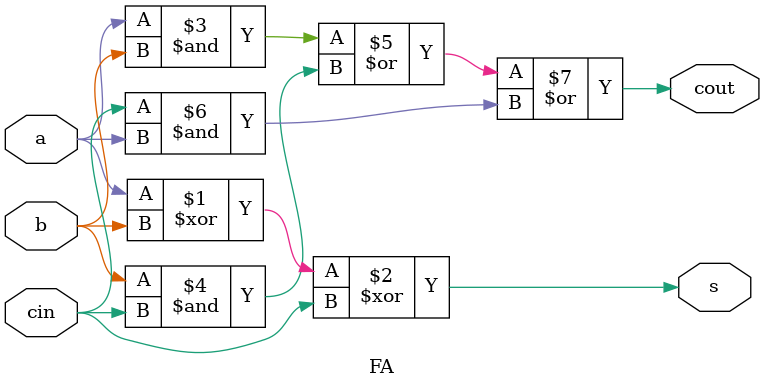
<source format=v>
`timescale 1ns / 1ps


module FA (a,b,cin,s,cout);
input a,b,cin;
output s, cout;
assign s=a^b^cin;
assign cout = (a&b) | (b&cin) | (cin&a);
endmodule

</source>
